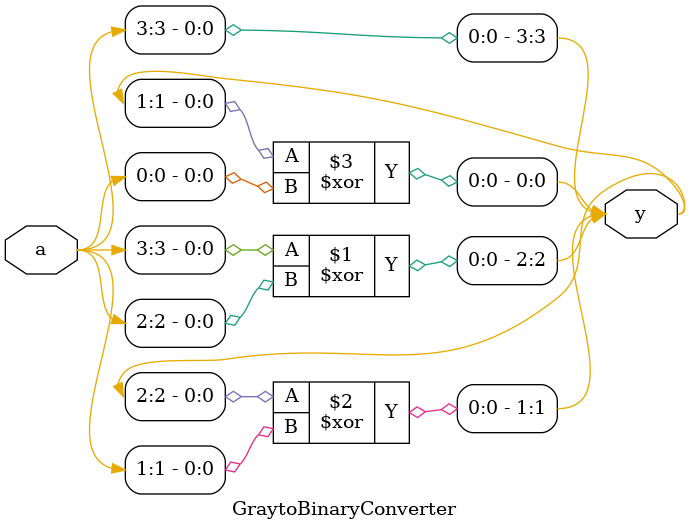
<source format=v>
module GraytoBinaryConverter (
    input [3:0]a,
    output [3:0]y
);
    assign y[3] = a[3];
    assign y[2] = y[3] ^ a[2];
    assign y[1] = y[2] ^ a[1];
    assign y[0] = y[1] ^ a[0];
endmodule
</source>
